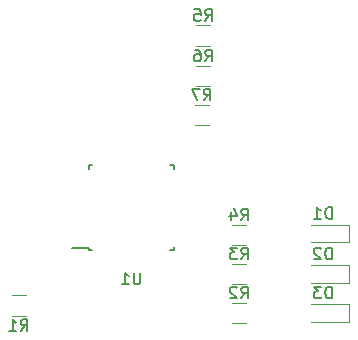
<source format=gbr>
G04 #@! TF.FileFunction,Legend,Bot*
%FSLAX46Y46*%
G04 Gerber Fmt 4.6, Leading zero omitted, Abs format (unit mm)*
G04 Created by KiCad (PCBNEW 4.0.7) date Fri Feb  9 23:36:38 2018*
%MOMM*%
%LPD*%
G01*
G04 APERTURE LIST*
%ADD10C,0.150000*%
%ADD11C,0.120000*%
G04 APERTURE END LIST*
D10*
D11*
X120158000Y-56503000D02*
X123358000Y-56503000D01*
X123358000Y-55003000D02*
X120158000Y-55003000D01*
X123358000Y-55003000D02*
X123358000Y-56503000D01*
X120158000Y-59932000D02*
X123358000Y-59932000D01*
X123358000Y-58432000D02*
X120158000Y-58432000D01*
X123358000Y-58432000D02*
X123358000Y-59932000D01*
X120158000Y-63234000D02*
X123358000Y-63234000D01*
X123358000Y-61734000D02*
X120158000Y-61734000D01*
X123358000Y-61734000D02*
X123358000Y-63234000D01*
X95977000Y-60969000D02*
X94777000Y-60969000D01*
X94777000Y-62729000D02*
X95977000Y-62729000D01*
X113446000Y-63364000D02*
X114646000Y-63364000D01*
X114646000Y-61604000D02*
X113446000Y-61604000D01*
X113446000Y-60062000D02*
X114646000Y-60062000D01*
X114646000Y-58302000D02*
X113446000Y-58302000D01*
X113446000Y-56760000D02*
X114646000Y-56760000D01*
X114646000Y-55000000D02*
X113446000Y-55000000D01*
X110398000Y-39869000D02*
X111598000Y-39869000D01*
X111598000Y-38109000D02*
X110398000Y-38109000D01*
X110398000Y-43298000D02*
X111598000Y-43298000D01*
X111598000Y-41538000D02*
X110398000Y-41538000D01*
X110271000Y-46600000D02*
X111471000Y-46600000D01*
X111471000Y-44840000D02*
X110271000Y-44840000D01*
D10*
X101288905Y-57182000D02*
X101288905Y-56957000D01*
X108538905Y-57182000D02*
X108538905Y-56857000D01*
X108538905Y-49932000D02*
X108538905Y-50257000D01*
X101288905Y-49932000D02*
X101288905Y-50257000D01*
X101288905Y-57182000D02*
X101613905Y-57182000D01*
X101288905Y-49932000D02*
X101613905Y-49932000D01*
X108538905Y-49932000D02*
X108213905Y-49932000D01*
X108538905Y-57182000D02*
X108213905Y-57182000D01*
X101288905Y-56957000D02*
X99863905Y-56957000D01*
X121896095Y-54505381D02*
X121896095Y-53505381D01*
X121658000Y-53505381D01*
X121515142Y-53553000D01*
X121419904Y-53648238D01*
X121372285Y-53743476D01*
X121324666Y-53933952D01*
X121324666Y-54076810D01*
X121372285Y-54267286D01*
X121419904Y-54362524D01*
X121515142Y-54457762D01*
X121658000Y-54505381D01*
X121896095Y-54505381D01*
X120372285Y-54505381D02*
X120943714Y-54505381D01*
X120658000Y-54505381D02*
X120658000Y-53505381D01*
X120753238Y-53648238D01*
X120848476Y-53743476D01*
X120943714Y-53791095D01*
X121896095Y-57934381D02*
X121896095Y-56934381D01*
X121658000Y-56934381D01*
X121515142Y-56982000D01*
X121419904Y-57077238D01*
X121372285Y-57172476D01*
X121324666Y-57362952D01*
X121324666Y-57505810D01*
X121372285Y-57696286D01*
X121419904Y-57791524D01*
X121515142Y-57886762D01*
X121658000Y-57934381D01*
X121896095Y-57934381D01*
X120943714Y-57029619D02*
X120896095Y-56982000D01*
X120800857Y-56934381D01*
X120562761Y-56934381D01*
X120467523Y-56982000D01*
X120419904Y-57029619D01*
X120372285Y-57124857D01*
X120372285Y-57220095D01*
X120419904Y-57362952D01*
X120991333Y-57934381D01*
X120372285Y-57934381D01*
X121896095Y-61236381D02*
X121896095Y-60236381D01*
X121658000Y-60236381D01*
X121515142Y-60284000D01*
X121419904Y-60379238D01*
X121372285Y-60474476D01*
X121324666Y-60664952D01*
X121324666Y-60807810D01*
X121372285Y-60998286D01*
X121419904Y-61093524D01*
X121515142Y-61188762D01*
X121658000Y-61236381D01*
X121896095Y-61236381D01*
X120991333Y-60236381D02*
X120372285Y-60236381D01*
X120705619Y-60617333D01*
X120562761Y-60617333D01*
X120467523Y-60664952D01*
X120419904Y-60712571D01*
X120372285Y-60807810D01*
X120372285Y-61045905D01*
X120419904Y-61141143D01*
X120467523Y-61188762D01*
X120562761Y-61236381D01*
X120848476Y-61236381D01*
X120943714Y-61188762D01*
X120991333Y-61141143D01*
X95543666Y-64001381D02*
X95877000Y-63525190D01*
X96115095Y-64001381D02*
X96115095Y-63001381D01*
X95734142Y-63001381D01*
X95638904Y-63049000D01*
X95591285Y-63096619D01*
X95543666Y-63191857D01*
X95543666Y-63334714D01*
X95591285Y-63429952D01*
X95638904Y-63477571D01*
X95734142Y-63525190D01*
X96115095Y-63525190D01*
X94591285Y-64001381D02*
X95162714Y-64001381D01*
X94877000Y-64001381D02*
X94877000Y-63001381D01*
X94972238Y-63144238D01*
X95067476Y-63239476D01*
X95162714Y-63287095D01*
X114212666Y-61236381D02*
X114546000Y-60760190D01*
X114784095Y-61236381D02*
X114784095Y-60236381D01*
X114403142Y-60236381D01*
X114307904Y-60284000D01*
X114260285Y-60331619D01*
X114212666Y-60426857D01*
X114212666Y-60569714D01*
X114260285Y-60664952D01*
X114307904Y-60712571D01*
X114403142Y-60760190D01*
X114784095Y-60760190D01*
X113831714Y-60331619D02*
X113784095Y-60284000D01*
X113688857Y-60236381D01*
X113450761Y-60236381D01*
X113355523Y-60284000D01*
X113307904Y-60331619D01*
X113260285Y-60426857D01*
X113260285Y-60522095D01*
X113307904Y-60664952D01*
X113879333Y-61236381D01*
X113260285Y-61236381D01*
X114212666Y-57934381D02*
X114546000Y-57458190D01*
X114784095Y-57934381D02*
X114784095Y-56934381D01*
X114403142Y-56934381D01*
X114307904Y-56982000D01*
X114260285Y-57029619D01*
X114212666Y-57124857D01*
X114212666Y-57267714D01*
X114260285Y-57362952D01*
X114307904Y-57410571D01*
X114403142Y-57458190D01*
X114784095Y-57458190D01*
X113879333Y-56934381D02*
X113260285Y-56934381D01*
X113593619Y-57315333D01*
X113450761Y-57315333D01*
X113355523Y-57362952D01*
X113307904Y-57410571D01*
X113260285Y-57505810D01*
X113260285Y-57743905D01*
X113307904Y-57839143D01*
X113355523Y-57886762D01*
X113450761Y-57934381D01*
X113736476Y-57934381D01*
X113831714Y-57886762D01*
X113879333Y-57839143D01*
X114212666Y-54632381D02*
X114546000Y-54156190D01*
X114784095Y-54632381D02*
X114784095Y-53632381D01*
X114403142Y-53632381D01*
X114307904Y-53680000D01*
X114260285Y-53727619D01*
X114212666Y-53822857D01*
X114212666Y-53965714D01*
X114260285Y-54060952D01*
X114307904Y-54108571D01*
X114403142Y-54156190D01*
X114784095Y-54156190D01*
X113355523Y-53965714D02*
X113355523Y-54632381D01*
X113593619Y-53584762D02*
X113831714Y-54299048D01*
X113212666Y-54299048D01*
X111164666Y-37741381D02*
X111498000Y-37265190D01*
X111736095Y-37741381D02*
X111736095Y-36741381D01*
X111355142Y-36741381D01*
X111259904Y-36789000D01*
X111212285Y-36836619D01*
X111164666Y-36931857D01*
X111164666Y-37074714D01*
X111212285Y-37169952D01*
X111259904Y-37217571D01*
X111355142Y-37265190D01*
X111736095Y-37265190D01*
X110259904Y-36741381D02*
X110736095Y-36741381D01*
X110783714Y-37217571D01*
X110736095Y-37169952D01*
X110640857Y-37122333D01*
X110402761Y-37122333D01*
X110307523Y-37169952D01*
X110259904Y-37217571D01*
X110212285Y-37312810D01*
X110212285Y-37550905D01*
X110259904Y-37646143D01*
X110307523Y-37693762D01*
X110402761Y-37741381D01*
X110640857Y-37741381D01*
X110736095Y-37693762D01*
X110783714Y-37646143D01*
X111164666Y-41170381D02*
X111498000Y-40694190D01*
X111736095Y-41170381D02*
X111736095Y-40170381D01*
X111355142Y-40170381D01*
X111259904Y-40218000D01*
X111212285Y-40265619D01*
X111164666Y-40360857D01*
X111164666Y-40503714D01*
X111212285Y-40598952D01*
X111259904Y-40646571D01*
X111355142Y-40694190D01*
X111736095Y-40694190D01*
X110307523Y-40170381D02*
X110498000Y-40170381D01*
X110593238Y-40218000D01*
X110640857Y-40265619D01*
X110736095Y-40408476D01*
X110783714Y-40598952D01*
X110783714Y-40979905D01*
X110736095Y-41075143D01*
X110688476Y-41122762D01*
X110593238Y-41170381D01*
X110402761Y-41170381D01*
X110307523Y-41122762D01*
X110259904Y-41075143D01*
X110212285Y-40979905D01*
X110212285Y-40741810D01*
X110259904Y-40646571D01*
X110307523Y-40598952D01*
X110402761Y-40551333D01*
X110593238Y-40551333D01*
X110688476Y-40598952D01*
X110736095Y-40646571D01*
X110783714Y-40741810D01*
X111037666Y-44472381D02*
X111371000Y-43996190D01*
X111609095Y-44472381D02*
X111609095Y-43472381D01*
X111228142Y-43472381D01*
X111132904Y-43520000D01*
X111085285Y-43567619D01*
X111037666Y-43662857D01*
X111037666Y-43805714D01*
X111085285Y-43900952D01*
X111132904Y-43948571D01*
X111228142Y-43996190D01*
X111609095Y-43996190D01*
X110704333Y-43472381D02*
X110037666Y-43472381D01*
X110466238Y-44472381D01*
X105675810Y-59059381D02*
X105675810Y-59868905D01*
X105628191Y-59964143D01*
X105580572Y-60011762D01*
X105485334Y-60059381D01*
X105294857Y-60059381D01*
X105199619Y-60011762D01*
X105152000Y-59964143D01*
X105104381Y-59868905D01*
X105104381Y-59059381D01*
X104104381Y-60059381D02*
X104675810Y-60059381D01*
X104390096Y-60059381D02*
X104390096Y-59059381D01*
X104485334Y-59202238D01*
X104580572Y-59297476D01*
X104675810Y-59345095D01*
M02*

</source>
